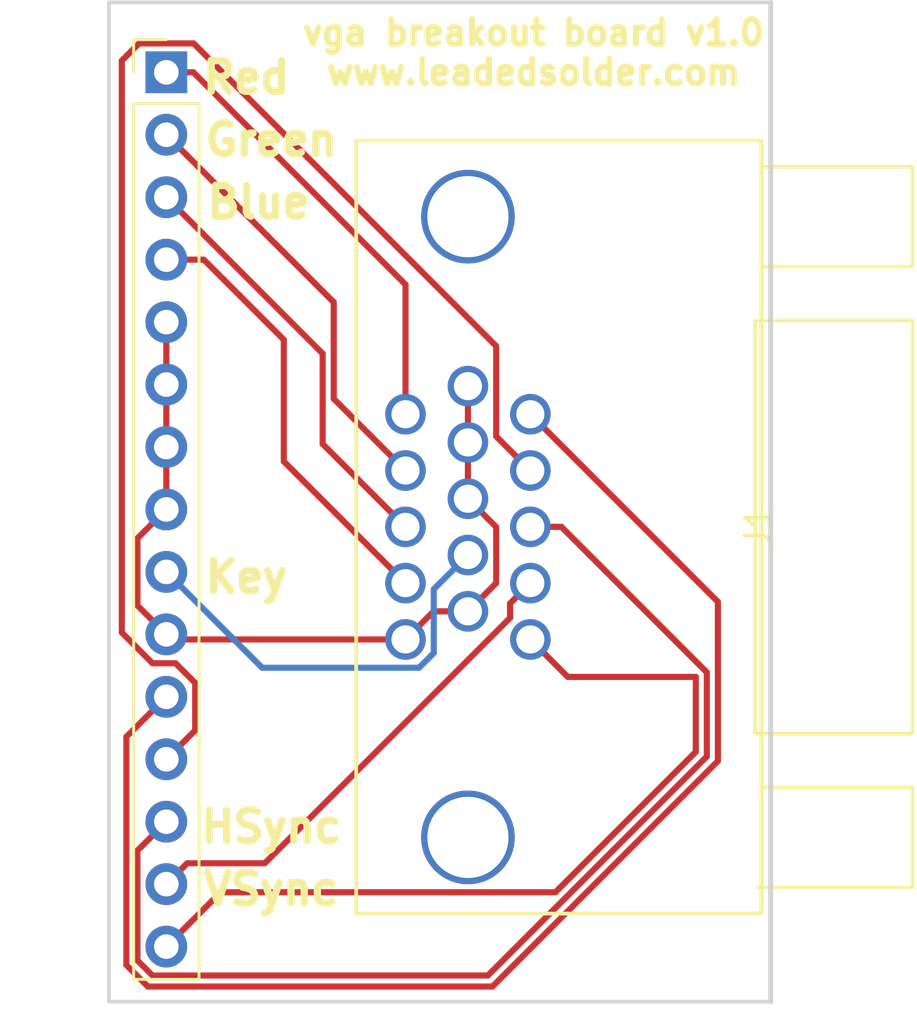
<source format=kicad_pcb>
(kicad_pcb (version 20171130) (host pcbnew "(5.0.0-3-g5ebb6b6)")

  (general
    (thickness 1.6)
    (drawings 11)
    (tracks 75)
    (zones 0)
    (modules 2)
    (nets 12)
  )

  (page A4)
  (layers
    (0 F.Cu signal)
    (31 B.Cu signal)
    (32 B.Adhes user)
    (33 F.Adhes user)
    (34 B.Paste user)
    (35 F.Paste user)
    (36 B.SilkS user)
    (37 F.SilkS user)
    (38 B.Mask user)
    (39 F.Mask user)
    (40 Dwgs.User user)
    (41 Cmts.User user)
    (42 Eco1.User user)
    (43 Eco2.User user)
    (44 Edge.Cuts user)
    (45 Margin user)
    (46 B.CrtYd user)
    (47 F.CrtYd user)
    (48 B.Fab user)
    (49 F.Fab user)
  )

  (setup
    (last_trace_width 0.25)
    (trace_clearance 0.2)
    (zone_clearance 0.508)
    (zone_45_only no)
    (trace_min 0.2)
    (segment_width 0.2)
    (edge_width 0.15)
    (via_size 0.8)
    (via_drill 0.4)
    (via_min_size 0.4)
    (via_min_drill 0.3)
    (uvia_size 0.3)
    (uvia_drill 0.1)
    (uvias_allowed no)
    (uvia_min_size 0.2)
    (uvia_min_drill 0.1)
    (pcb_text_width 0.3)
    (pcb_text_size 1.5 1.5)
    (mod_edge_width 0.15)
    (mod_text_size 1 1)
    (mod_text_width 0.15)
    (pad_size 1.524 1.524)
    (pad_drill 0.762)
    (pad_to_mask_clearance 0.2)
    (aux_axis_origin 0 0)
    (visible_elements FFFFFF7F)
    (pcbplotparams
      (layerselection 0x010fc_ffffffff)
      (usegerberextensions false)
      (usegerberattributes false)
      (usegerberadvancedattributes false)
      (creategerberjobfile false)
      (excludeedgelayer true)
      (linewidth 0.100000)
      (plotframeref false)
      (viasonmask false)
      (mode 1)
      (useauxorigin false)
      (hpglpennumber 1)
      (hpglpenspeed 20)
      (hpglpendiameter 15.000000)
      (psnegative false)
      (psa4output false)
      (plotreference true)
      (plotvalue true)
      (plotinvisibletext false)
      (padsonsilk false)
      (subtractmaskfromsilk false)
      (outputformat 1)
      (mirror false)
      (drillshape 1)
      (scaleselection 1)
      (outputdirectory ""))
  )

  (net 0 "")
  (net 1 /ID3)
  (net 2 /VSync)
  (net 3 /HSync)
  (net 4 /ID1)
  (net 5 /ID0)
  (net 6 /GND)
  (net 7 /Key)
  (net 8 /Red)
  (net 9 /ID2)
  (net 10 /Blue)
  (net 11 /Green)

  (net_class Default "This is the default net class."
    (clearance 0.2)
    (trace_width 0.25)
    (via_dia 0.8)
    (via_drill 0.4)
    (uvia_dia 0.3)
    (uvia_drill 0.1)
    (add_net /Blue)
    (add_net /GND)
    (add_net /Green)
    (add_net /HSync)
    (add_net /ID0)
    (add_net /ID1)
    (add_net /ID2)
    (add_net /ID3)
    (add_net /Key)
    (add_net /Red)
    (add_net /VSync)
  )

  (module Pin_Headers:Pin_Header_Straight_1x15_Pitch2.54mm (layer F.Cu) (tedit 5BA99A1C) (tstamp 5BA99FB7)
    (at 137.461001 72.945001)
    (descr "Through hole straight pin header, 1x15, 2.54mm pitch, single row")
    (tags "Through hole pin header THT 1x15 2.54mm single row")
    (path /5BA9973D)
    (fp_text reference J2 (at 0 -2.33) (layer F.SilkS) hide
      (effects (font (size 1 1) (thickness 0.15)))
    )
    (fp_text value Conn_01x15_Male (at 0 37.89) (layer F.Fab)
      (effects (font (size 1 1) (thickness 0.15)))
    )
    (fp_text user %R (at 0 17.78 90) (layer F.Fab)
      (effects (font (size 1 1) (thickness 0.15)))
    )
    (fp_line (start 1.8 -1.8) (end -1.8 -1.8) (layer F.CrtYd) (width 0.05))
    (fp_line (start 1.8 37.35) (end 1.8 -1.8) (layer F.CrtYd) (width 0.05))
    (fp_line (start -1.8 37.35) (end 1.8 37.35) (layer F.CrtYd) (width 0.05))
    (fp_line (start -1.8 -1.8) (end -1.8 37.35) (layer F.CrtYd) (width 0.05))
    (fp_line (start -1.33 -1.33) (end 0 -1.33) (layer F.SilkS) (width 0.12))
    (fp_line (start -1.33 0) (end -1.33 -1.33) (layer F.SilkS) (width 0.12))
    (fp_line (start -1.33 1.27) (end 1.33 1.27) (layer F.SilkS) (width 0.12))
    (fp_line (start 1.33 1.27) (end 1.33 36.89) (layer F.SilkS) (width 0.12))
    (fp_line (start -1.33 1.27) (end -1.33 36.89) (layer F.SilkS) (width 0.12))
    (fp_line (start -1.33 36.89) (end 1.33 36.89) (layer F.SilkS) (width 0.12))
    (fp_line (start -1.27 -0.635) (end -0.635 -1.27) (layer F.Fab) (width 0.1))
    (fp_line (start -1.27 36.83) (end -1.27 -0.635) (layer F.Fab) (width 0.1))
    (fp_line (start 1.27 36.83) (end -1.27 36.83) (layer F.Fab) (width 0.1))
    (fp_line (start 1.27 -1.27) (end 1.27 36.83) (layer F.Fab) (width 0.1))
    (fp_line (start -0.635 -1.27) (end 1.27 -1.27) (layer F.Fab) (width 0.1))
    (pad 15 thru_hole oval (at 0 35.56) (size 1.7 1.7) (drill 1) (layers *.Cu *.Mask)
      (net 1 /ID3))
    (pad 14 thru_hole oval (at 0 33.02) (size 1.7 1.7) (drill 1) (layers *.Cu *.Mask)
      (net 2 /VSync))
    (pad 13 thru_hole oval (at 0 30.48) (size 1.7 1.7) (drill 1) (layers *.Cu *.Mask)
      (net 3 /HSync))
    (pad 12 thru_hole oval (at 0 27.94) (size 1.7 1.7) (drill 1) (layers *.Cu *.Mask)
      (net 4 /ID1))
    (pad 11 thru_hole oval (at 0 25.4) (size 1.7 1.7) (drill 1) (layers *.Cu *.Mask)
      (net 5 /ID0))
    (pad 10 thru_hole oval (at 0 22.86) (size 1.7 1.7) (drill 1) (layers *.Cu *.Mask)
      (net 6 /GND))
    (pad 9 thru_hole oval (at 0 20.32) (size 1.7 1.7) (drill 1) (layers *.Cu *.Mask)
      (net 7 /Key))
    (pad 8 thru_hole oval (at 0 17.78) (size 1.7 1.7) (drill 1) (layers *.Cu *.Mask)
      (net 6 /GND))
    (pad 7 thru_hole oval (at 0 15.24) (size 1.7 1.7) (drill 1) (layers *.Cu *.Mask)
      (net 6 /GND))
    (pad 6 thru_hole oval (at 0 12.7) (size 1.7 1.7) (drill 1) (layers *.Cu *.Mask)
      (net 6 /GND))
    (pad 5 thru_hole oval (at 0 10.16) (size 1.7 1.7) (drill 1) (layers *.Cu *.Mask)
      (net 6 /GND))
    (pad 4 thru_hole oval (at 0 7.62) (size 1.7 1.7) (drill 1) (layers *.Cu *.Mask)
      (net 9 /ID2))
    (pad 3 thru_hole oval (at 0 5.08) (size 1.7 1.7) (drill 1) (layers *.Cu *.Mask)
      (net 10 /Blue))
    (pad 2 thru_hole oval (at 0 2.54) (size 1.7 1.7) (drill 1) (layers *.Cu *.Mask)
      (net 11 /Green))
    (pad 1 thru_hole rect (at 0 0) (size 1.7 1.7) (drill 1) (layers *.Cu *.Mask)
      (net 8 /Red))
    (model ${KISYS3DMOD}/Pin_Headers.3dshapes/Pin_Header_Straight_1x15_Pitch2.54mm.wrl
      (at (xyz 0 0 0))
      (scale (xyz 1 1 1))
      (rotate (xyz 0 0 0))
    )
  )

  (module VGA:FIXED-1-1734530-1 (layer F.Cu) (tedit 5BA99A28) (tstamp 5BA99F94)
    (at 161.544 91.44 270)
    (path /5BA996A4)
    (fp_text reference J1 (at 0 0 270) (layer F.SilkS)
      (effects (font (size 1 1) (thickness 0.15)))
    )
    (fp_text value VGA_Female (at 0 0 270) (layer F.SilkS) hide
      (effects (font (size 1 1) (thickness 0.15)))
    )
    (fp_text user "Copyright 2016 Accelerated Designs. All rights reserved." (at 0 0 270) (layer Cmts.User)
      (effects (font (size 0.127 0.127) (thickness 0.002)))
    )
    (fp_text user * (at 0 0 270) (layer F.SilkS) hide
      (effects (font (size 1 1) (thickness 0.15)))
    )
    (fp_text user * (at 0 0 270) (layer F.Fab)
      (effects (font (size 1 1) (thickness 0.15)))
    )
    (fp_line (start 5.215 16.2306) (end 4.58 17.5006) (layer F.Fab) (width 0.1524))
    (fp_line (start 3.945 16.2306) (end 4.58 17.5006) (layer F.Fab) (width 0.1524))
    (fp_line (start 14.6558 0) (end 14.6558 -6.2738) (layer F.SilkS) (width 0.1524))
    (fp_line (start 14.6558 -6.2738) (end 10.5918 -6.2738) (layer F.SilkS) (width 0.1524))
    (fp_line (start 10.5918 -6.2738) (end 10.5918 -0.127) (layer F.SilkS) (width 0.1524))
    (fp_line (start -10.5918 -0.127) (end -10.5918 -6.2738) (layer F.SilkS) (width 0.1524))
    (fp_line (start -10.5918 -6.2738) (end -14.6558 -6.2738) (layer F.SilkS) (width 0.1524))
    (fp_line (start -14.6558 -6.2738) (end -14.6558 -0.127) (layer F.SilkS) (width 0.1524))
    (fp_line (start 14.5288 0) (end 14.5288 -6.1468) (layer F.Fab) (width 0.1524))
    (fp_line (start 14.5288 -6.1468) (end 10.7188 -6.1468) (layer F.Fab) (width 0.1524))
    (fp_line (start 10.7188 -6.1468) (end 10.7188 0) (layer F.Fab) (width 0.1524))
    (fp_line (start 13.5763 0) (end 13.5763 -6.1468) (layer F.Fab) (width 0.1524))
    (fp_line (start 11.6713 -6.1468) (end 11.6713 0) (layer F.Fab) (width 0.1524))
    (fp_line (start -10.7188 0) (end -10.7188 -6.1468) (layer F.Fab) (width 0.1524))
    (fp_line (start -10.7188 -6.1468) (end -14.5288 -6.1468) (layer F.Fab) (width 0.1524))
    (fp_line (start -14.5288 -6.1468) (end -14.5288 0) (layer F.Fab) (width 0.1524))
    (fp_line (start -11.6713 0) (end -11.6713 -6.1468) (layer F.Fab) (width 0.1524))
    (fp_line (start -13.5763 -6.1468) (end -13.5763 0) (layer F.Fab) (width 0.1524))
    (fp_line (start 15.7226 16.3576) (end -15.7226 16.3576) (layer F.SilkS) (width 0.1524))
    (fp_line (start -15.7226 16.3576) (end -15.7226 -0.127) (layer F.SilkS) (width 0.1524))
    (fp_line (start -15.7226 -0.127) (end 15.7226 -0.127) (layer F.SilkS) (width 0.1524))
    (fp_line (start 15.7226 -0.127) (end 15.7226 16.3576) (layer F.SilkS) (width 0.1524))
    (fp_line (start 15.5956 16.2306) (end -15.5956 16.2306) (layer F.Fab) (width 0.1524))
    (fp_line (start -15.5956 16.2306) (end -15.5956 0) (layer F.Fab) (width 0.1524))
    (fp_line (start -15.5956 0) (end 15.5956 0) (layer F.Fab) (width 0.1524))
    (fp_line (start 15.5956 0) (end 15.5956 16.2306) (layer F.Fab) (width 0.1524))
    (fp_line (start 8.4074 0.127) (end -8.4074 0.127) (layer F.SilkS) (width 0.1524))
    (fp_line (start -8.4074 0.127) (end -8.4074 -6.2738) (layer F.SilkS) (width 0.1524))
    (fp_line (start -8.4074 -6.2738) (end 8.4074 -6.2738) (layer F.SilkS) (width 0.1524))
    (fp_line (start 8.4074 -6.2738) (end 8.4074 0.127) (layer F.SilkS) (width 0.1524))
    (fp_line (start 8.2804 0) (end -8.2804 0) (layer F.Fab) (width 0.1524))
    (fp_line (start -8.2804 0) (end -8.2804 -6.1468) (layer F.Fab) (width 0.1524))
    (fp_line (start -8.2804 -6.1468) (end 8.2804 -6.1468) (layer F.Fab) (width 0.1524))
    (fp_line (start 8.2804 -6.1468) (end 8.2804 0) (layer F.Fab) (width 0.1524))
    (fp_line (start -15.8496 -6.4008) (end 15.8496 -6.4008) (layer F.CrtYd) (width 0.1524))
    (fp_line (start 15.8496 -6.4008) (end 15.8496 16.4846) (layer F.CrtYd) (width 0.1524))
    (fp_line (start 15.8496 16.4846) (end -15.8496 16.4846) (layer F.CrtYd) (width 0.1524))
    (fp_line (start -15.8496 16.4846) (end -15.8496 -6.4008) (layer F.CrtYd) (width 0.1524))
    (pad 15 thru_hole circle (at 4.572 9.271 270) (size 1.651 1.651) (drill 1.143) (layers *.Cu *.Mask)
      (net 1 /ID3))
    (pad 14 thru_hole circle (at 2.282 9.271 270) (size 1.651 1.651) (drill 1.143) (layers *.Cu *.Mask)
      (net 2 /VSync))
    (pad 13 thru_hole circle (at -0.008001 9.271 270) (size 1.651 1.651) (drill 1.143) (layers *.Cu *.Mask)
      (net 3 /HSync))
    (pad 12 thru_hole circle (at -2.297999 9.271 270) (size 1.651 1.651) (drill 1.143) (layers *.Cu *.Mask)
      (net 4 /ID1))
    (pad 11 thru_hole circle (at -4.587999 9.271 270) (size 1.651 1.651) (drill 1.143) (layers *.Cu *.Mask)
      (net 5 /ID0))
    (pad 10 thru_hole circle (at 3.429 11.811 270) (size 1.651 1.651) (drill 1.143) (layers *.Cu *.Mask)
      (net 6 /GND))
    (pad 9 thru_hole circle (at 1.139 11.811 270) (size 1.651 1.651) (drill 1.143) (layers *.Cu *.Mask)
      (net 7 /Key))
    (pad 8 thru_hole circle (at -1.151001 11.811 270) (size 1.651 1.651) (drill 1.143) (layers *.Cu *.Mask)
      (net 6 /GND))
    (pad 7 thru_hole circle (at -3.440999 11.811 270) (size 1.651 1.651) (drill 1.143) (layers *.Cu *.Mask)
      (net 6 /GND))
    (pad 6 thru_hole circle (at -5.730999 11.811 270) (size 1.651 1.651) (drill 1.143) (layers *.Cu *.Mask)
      (net 6 /GND))
    (pad 5 thru_hole circle (at 4.572 14.351 270) (size 1.651 1.651) (drill 1.143) (layers *.Cu *.Mask)
      (net 6 /GND))
    (pad 4 thru_hole circle (at 2.281936 14.351 270) (size 1.651 1.651) (drill 1.143) (layers *.Cu *.Mask)
      (net 9 /ID2))
    (pad 3 thru_hole circle (at -0.008128 14.351 270) (size 1.651 1.651) (drill 1.143) (layers *.Cu *.Mask)
      (net 10 /Blue))
    (pad 2 thru_hole circle (at -2.298192 14.351 270) (size 1.651 1.651) (drill 1.143) (layers *.Cu *.Mask)
      (net 11 /Green))
    (pad 1 thru_hole circle (at -4.588256 14.351 270) (size 1.651 1.651) (drill 1.143) (layers *.Cu *.Mask)
      (net 8 /Red))
    (pad 16 thru_hole circle (at 12.6238 11.811 270) (size 3.81 3.81) (drill 3.302) (layers *.Cu *.Mask))
    (pad 17 thru_hole circle (at -12.6238 11.811 270) (size 3.81 3.81) (drill 3.302) (layers *.Cu *.Mask))
  )

  (gr_line (start 162.052 70.104) (end 135.128 70.104) (layer Edge.Cuts) (width 0.15))
  (gr_line (start 135.128 110.744) (end 135.128 70.104) (layer Edge.Cuts) (width 0.15))
  (gr_line (start 162.052 110.744) (end 135.128 110.744) (layer Edge.Cuts) (width 0.15))
  (gr_text "vga breakout board v1.0\nwww.leadedsolder.com" (at 152.4 72.136) (layer F.SilkS)
    (effects (font (size 1 1) (thickness 0.25)))
  )
  (gr_text VSync (at 141.732 106.172) (layer F.SilkS)
    (effects (font (size 1.25 1.25) (thickness 0.3)))
  )
  (gr_text HSync (at 141.732 103.632) (layer F.SilkS)
    (effects (font (size 1.25 1.25) (thickness 0.3)))
  )
  (gr_text Key (at 140.716 93.472) (layer F.SilkS)
    (effects (font (size 1.25 1.25) (thickness 0.3)))
  )
  (gr_text Blue (at 141.224 78.232) (layer F.SilkS)
    (effects (font (size 1.25 1.25) (thickness 0.3)))
  )
  (gr_text Green (at 141.732 75.692) (layer F.SilkS)
    (effects (font (size 1.25 1.25) (thickness 0.3)))
  )
  (gr_text Red (at 140.716 73.152) (layer F.SilkS)
    (effects (font (size 1.25 1.25) (thickness 0.3)))
  )
  (gr_line (start 162.052 110.744) (end 162.052 70.104) (layer Edge.Cuts) (width 0.2))

  (segment (start 139.672201 106.293801) (end 153.294199 106.293801) (width 0.25) (layer F.Cu) (net 1))
  (segment (start 137.461001 108.505001) (end 139.672201 106.293801) (width 0.25) (layer F.Cu) (net 1))
  (segment (start 153.294199 106.293801) (end 159.004 100.584) (width 0.25) (layer F.Cu) (net 1))
  (segment (start 159.004 100.584) (end 159.004 97.536) (width 0.25) (layer F.Cu) (net 1))
  (segment (start 153.797 97.536) (end 152.273 96.012) (width 0.25) (layer F.Cu) (net 1))
  (segment (start 159.004 97.536) (end 153.797 97.536) (width 0.25) (layer F.Cu) (net 1))
  (segment (start 151.447501 95.134757) (end 151.447501 94.547499) (width 0.25) (layer F.Cu) (net 2))
  (segment (start 141.467256 105.115002) (end 151.447501 95.134757) (width 0.25) (layer F.Cu) (net 2))
  (segment (start 138.311 105.115002) (end 141.467256 105.115002) (width 0.25) (layer F.Cu) (net 2))
  (segment (start 151.447501 94.547499) (end 152.273 93.722) (width 0.25) (layer F.Cu) (net 2))
  (segment (start 137.461001 105.965001) (end 138.311 105.115002) (width 0.25) (layer F.Cu) (net 2))
  (segment (start 153.536409 91.431999) (end 153.440433 91.431999) (width 0.25) (layer F.Cu) (net 3))
  (segment (start 159.45401 97.3496) (end 153.536409 91.431999) (width 0.25) (layer F.Cu) (net 3))
  (segment (start 159.45401 100.7704) (end 159.45401 97.3496) (width 0.25) (layer F.Cu) (net 3))
  (segment (start 150.544408 109.680002) (end 159.45401 100.7704) (width 0.25) (layer F.Cu) (net 3))
  (segment (start 136.897 109.680002) (end 150.544408 109.680002) (width 0.25) (layer F.Cu) (net 3))
  (segment (start 136.286 109.069002) (end 136.897 109.680002) (width 0.25) (layer F.Cu) (net 3))
  (segment (start 136.286 104.600002) (end 136.286 109.069002) (width 0.25) (layer F.Cu) (net 3))
  (segment (start 153.440433 91.431999) (end 152.273 91.431999) (width 0.25) (layer F.Cu) (net 3))
  (segment (start 137.461001 103.425001) (end 136.286 104.600002) (width 0.25) (layer F.Cu) (net 3))
  (segment (start 138.311 100.035002) (end 137.461001 100.885001) (width 0.25) (layer F.Cu) (net 4))
  (segment (start 138.636002 99.71) (end 138.311 100.035002) (width 0.25) (layer F.Cu) (net 4))
  (segment (start 138.636002 97.781) (end 138.636002 99.71) (width 0.25) (layer F.Cu) (net 4))
  (segment (start 137.835004 96.980002) (end 138.636002 97.781) (width 0.25) (layer F.Cu) (net 4))
  (segment (start 136.897 96.980002) (end 137.835004 96.980002) (width 0.25) (layer F.Cu) (net 4))
  (segment (start 135.64959 95.732592) (end 136.897 96.980002) (width 0.25) (layer F.Cu) (net 4))
  (segment (start 135.64959 72.47141) (end 135.64959 95.732592) (width 0.25) (layer F.Cu) (net 4))
  (segment (start 136.351 71.77) (end 135.64959 72.47141) (width 0.25) (layer F.Cu) (net 4))
  (segment (start 138.571002 71.77) (end 136.351 71.77) (width 0.25) (layer F.Cu) (net 4))
  (segment (start 150.883501 84.082499) (end 138.571002 71.77) (width 0.25) (layer F.Cu) (net 4))
  (segment (start 150.883501 87.752502) (end 150.883501 84.082499) (width 0.25) (layer F.Cu) (net 4))
  (segment (start 152.273 89.142001) (end 150.883501 87.752502) (width 0.25) (layer F.Cu) (net 4))
  (segment (start 136.611002 99.195) (end 137.461001 98.345001) (width 0.25) (layer F.Cu) (net 5))
  (segment (start 135.83599 99.970012) (end 136.611002 99.195) (width 0.25) (layer F.Cu) (net 5))
  (segment (start 136.710599 110.130011) (end 135.83599 109.255402) (width 0.25) (layer F.Cu) (net 5))
  (segment (start 150.730808 110.130012) (end 136.710599 110.130011) (width 0.25) (layer F.Cu) (net 5))
  (segment (start 159.904019 100.956801) (end 150.730808 110.130012) (width 0.25) (layer F.Cu) (net 5))
  (segment (start 159.904019 94.48302) (end 159.904019 100.956801) (width 0.25) (layer F.Cu) (net 5))
  (segment (start 135.83599 109.255402) (end 135.83599 99.970012) (width 0.25) (layer F.Cu) (net 5))
  (segment (start 152.273 86.852001) (end 159.904019 94.48302) (width 0.25) (layer F.Cu) (net 5))
  (segment (start 149.733 85.709001) (end 149.733 90.288999) (width 0.25) (layer F.Cu) (net 6))
  (segment (start 148.336 94.869) (end 147.193 96.012) (width 0.25) (layer F.Cu) (net 6))
  (segment (start 149.733 94.869) (end 148.336 94.869) (width 0.25) (layer F.Cu) (net 6))
  (segment (start 137.668 96.012) (end 137.461001 95.805001) (width 0.25) (layer F.Cu) (net 6))
  (segment (start 147.193 96.012) (end 137.668 96.012) (width 0.25) (layer F.Cu) (net 6))
  (segment (start 136.611002 91.575) (end 137.461001 90.725001) (width 0.25) (layer F.Cu) (net 6))
  (segment (start 136.286 91.900002) (end 136.611002 91.575) (width 0.25) (layer F.Cu) (net 6))
  (segment (start 136.286 94.63) (end 136.286 91.900002) (width 0.25) (layer F.Cu) (net 6))
  (segment (start 137.461001 95.805001) (end 136.286 94.63) (width 0.25) (layer F.Cu) (net 6))
  (segment (start 137.461001 90.725001) (end 137.461001 83.105001) (width 0.25) (layer F.Cu) (net 6))
  (segment (start 150.558499 91.114498) (end 149.733 90.288999) (width 0.25) (layer F.Cu) (net 6))
  (segment (start 150.883501 91.4395) (end 150.558499 91.114498) (width 0.25) (layer F.Cu) (net 6))
  (segment (start 150.883501 93.718499) (end 150.883501 91.4395) (width 0.25) (layer F.Cu) (net 6))
  (segment (start 149.733 94.869) (end 150.883501 93.718499) (width 0.25) (layer F.Cu) (net 6))
  (segment (start 138.311 94.115) (end 137.461001 93.265001) (width 0.25) (layer B.Cu) (net 7))
  (segment (start 141.358501 97.162501) (end 138.311 94.115) (width 0.25) (layer B.Cu) (net 7))
  (segment (start 147.745241 97.162501) (end 141.358501 97.162501) (width 0.25) (layer B.Cu) (net 7))
  (segment (start 148.343501 96.564241) (end 147.745241 97.162501) (width 0.25) (layer B.Cu) (net 7))
  (segment (start 148.343501 93.968499) (end 148.343501 96.564241) (width 0.25) (layer B.Cu) (net 7))
  (segment (start 149.733 92.579) (end 148.343501 93.968499) (width 0.25) (layer B.Cu) (net 7))
  (segment (start 138.561001 72.945001) (end 137.461001 72.945001) (width 0.25) (layer F.Cu) (net 8))
  (segment (start 147.193 81.577) (end 138.561001 72.945001) (width 0.25) (layer F.Cu) (net 8))
  (segment (start 147.193 86.851744) (end 147.193 81.577) (width 0.25) (layer F.Cu) (net 8))
  (segment (start 138.985001 80.565001) (end 137.461001 80.565001) (width 0.25) (layer F.Cu) (net 9))
  (segment (start 142.24 83.82) (end 138.985001 80.565001) (width 0.25) (layer F.Cu) (net 9))
  (segment (start 142.24 88.768936) (end 142.24 83.82) (width 0.25) (layer F.Cu) (net 9))
  (segment (start 147.193 93.721936) (end 142.24 88.768936) (width 0.25) (layer F.Cu) (net 9))
  (segment (start 138.311 78.875) (end 137.461001 78.025001) (width 0.25) (layer F.Cu) (net 10))
  (segment (start 143.82199 84.38599) (end 138.311 78.875) (width 0.25) (layer F.Cu) (net 10))
  (segment (start 143.82199 88.060862) (end 143.82199 84.38599) (width 0.25) (layer F.Cu) (net 10))
  (segment (start 147.193 91.431872) (end 143.82199 88.060862) (width 0.25) (layer F.Cu) (net 10))
  (segment (start 138.311 76.335) (end 137.461001 75.485001) (width 0.25) (layer F.Cu) (net 11))
  (segment (start 144.272 82.296) (end 138.311 76.335) (width 0.25) (layer F.Cu) (net 11))
  (segment (start 144.272 86.220808) (end 144.272 82.296) (width 0.25) (layer F.Cu) (net 11))
  (segment (start 147.193 89.141808) (end 144.272 86.220808) (width 0.25) (layer F.Cu) (net 11))

)

</source>
